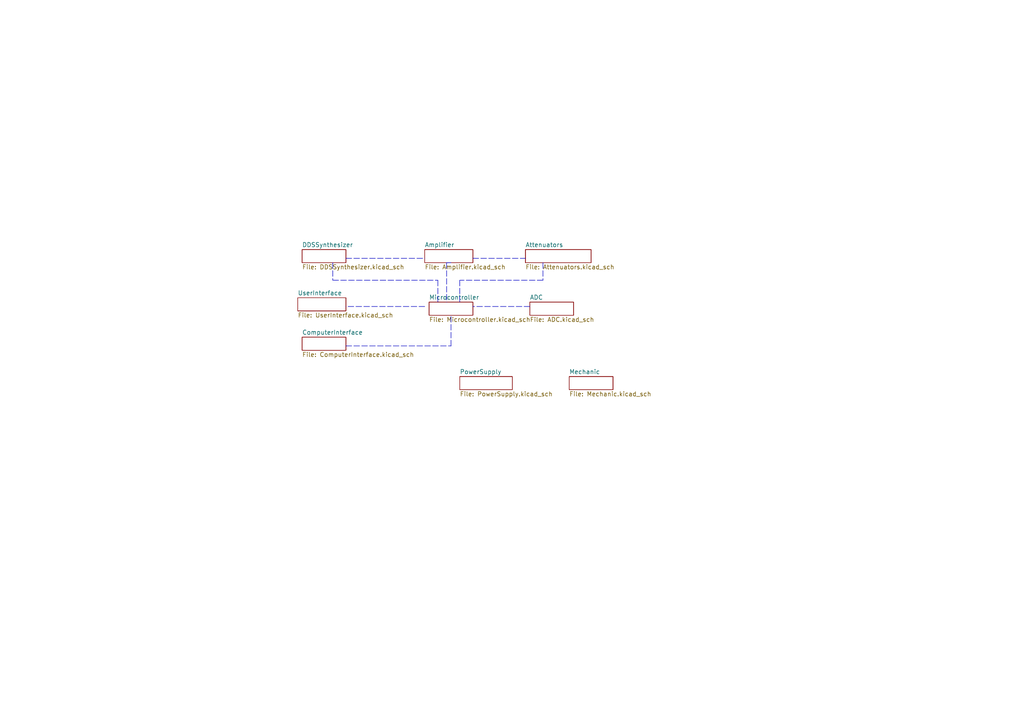
<source format=kicad_sch>
(kicad_sch
	(version 20231120)
	(generator "eeschema")
	(generator_version "8.0")
	(uuid "228dbee6-2b52-45b3-9920-387781bf9830")
	(paper "A4")
	(lib_symbols)
	(polyline
		(pts
			(xy 127 81.28) (xy 127 87.63)
		)
		(stroke
			(width 0)
			(type dash)
		)
		(uuid "104f80c0-ac5b-49b7-a517-5752fd183f6a")
	)
	(polyline
		(pts
			(xy 130.81 100.33) (xy 130.81 91.44)
		)
		(stroke
			(width 0)
			(type dash)
		)
		(uuid "33b462f4-88e1-44c6-8108-782c83788fe6")
	)
	(polyline
		(pts
			(xy 100.33 100.33) (xy 130.81 100.33)
		)
		(stroke
			(width 0)
			(type dash)
		)
		(uuid "3a9cab75-841f-46a3-97d7-19412d288721")
	)
	(polyline
		(pts
			(xy 129.54 76.2) (xy 129.54 87.63)
		)
		(stroke
			(width 0)
			(type dash)
		)
		(uuid "4bb66d4b-ee3a-4522-be0b-967e409abd38")
	)
	(polyline
		(pts
			(xy 100.33 74.93) (xy 123.19 74.93)
		)
		(stroke
			(width 0)
			(type dash)
		)
		(uuid "522a5141-8eea-407e-b63b-8b12fef14306")
	)
	(polyline
		(pts
			(xy 96.52 76.2) (xy 96.52 81.28)
		)
		(stroke
			(width 0)
			(type dash)
		)
		(uuid "76c5f19c-6075-437c-93ea-2c73dbe22d71")
	)
	(polyline
		(pts
			(xy 133.35 81.28) (xy 133.35 87.63)
		)
		(stroke
			(width 0)
			(type dash)
		)
		(uuid "7fb8089b-9d85-4e81-8a3c-9e20f4763149")
	)
	(polyline
		(pts
			(xy 96.52 81.28) (xy 127 81.28)
		)
		(stroke
			(width 0)
			(type dash)
		)
		(uuid "80c53551-13e5-490f-8dae-e6ec9a87777b")
	)
	(polyline
		(pts
			(xy 123.19 88.9) (xy 100.33 88.9)
		)
		(stroke
			(width 0)
			(type dash)
		)
		(uuid "8ce6d5cd-25d9-4fbe-8bc9-c26218666388")
	)
	(polyline
		(pts
			(xy 153.67 88.9) (xy 137.16 88.9)
		)
		(stroke
			(width 0)
			(type dash)
		)
		(uuid "8e0eb992-5568-44f4-93c8-fdae677d1180")
	)
	(polyline
		(pts
			(xy 137.16 74.93) (xy 152.4 74.93)
		)
		(stroke
			(width 0)
			(type dash)
		)
		(uuid "8f1740e5-3ef6-4db3-adfe-5c2ce25ed9a8")
	)
	(polyline
		(pts
			(xy 157.48 81.28) (xy 133.35 81.28)
		)
		(stroke
			(width 0)
			(type dash)
		)
		(uuid "b81ef605-a8d5-4778-9b07-5a3595f839b0")
	)
	(polyline
		(pts
			(xy 157.48 76.2) (xy 157.48 81.28)
		)
		(stroke
			(width 0)
			(type dash)
		)
		(uuid "c70f2cd9-0491-479c-83f4-e90f61e84392")
	)
	(polyline
		(pts
			(xy 130.81 76.2) (xy 129.54 76.2)
		)
		(stroke
			(width 0)
			(type dash)
		)
		(uuid "f96ef382-e20e-4f77-a7bb-8a0a379ae7e2")
	)
	(sheet
		(at 152.4 72.39)
		(size 19.05 3.81)
		(fields_autoplaced yes)
		(stroke
			(width 0)
			(type solid)
		)
		(fill
			(color 0 0 0 0.0000)
		)
		(uuid "00000000-0000-0000-0000-00005da34623")
		(property "Sheetname" "Attenuators"
			(at 152.4 71.7545 0)
			(effects
				(font
					(size 1.27 1.27)
				)
				(justify left bottom)
			)
		)
		(property "Sheetfile" "Attenuators.kicad_sch"
			(at 152.4 76.7085 0)
			(effects
				(font
					(size 1.27 1.27)
				)
				(justify left top)
			)
		)
		(instances
			(project "DDSFunctionGenerator"
				(path "/228dbee6-2b52-45b3-9920-387781bf9830"
					(page "4")
				)
			)
		)
	)
	(sheet
		(at 87.63 72.39)
		(size 12.7 3.81)
		(fields_autoplaced yes)
		(stroke
			(width 0)
			(type solid)
		)
		(fill
			(color 0 0 0 0.0000)
		)
		(uuid "00000000-0000-0000-0000-00005daeeef4")
		(property "Sheetname" "DDSSynthesizer"
			(at 87.63 71.7545 0)
			(effects
				(font
					(size 1.27 1.27)
				)
				(justify left bottom)
			)
		)
		(property "Sheetfile" "DDSSynthesizer.kicad_sch"
			(at 87.63 76.7085 0)
			(effects
				(font
					(size 1.27 1.27)
				)
				(justify left top)
			)
		)
		(instances
			(project "DDSFunctionGenerator"
				(path "/228dbee6-2b52-45b3-9920-387781bf9830"
					(page "6")
				)
			)
		)
	)
	(sheet
		(at 123.19 72.39)
		(size 13.97 3.81)
		(fields_autoplaced yes)
		(stroke
			(width 0)
			(type solid)
		)
		(fill
			(color 0 0 0 0.0000)
		)
		(uuid "00000000-0000-0000-0000-00005db2ed33")
		(property "Sheetname" "Amplifier"
			(at 123.19 71.7545 0)
			(effects
				(font
					(size 1.27 1.27)
				)
				(justify left bottom)
			)
		)
		(property "Sheetfile" "Amplifier.kicad_sch"
			(at 123.19 76.7085 0)
			(effects
				(font
					(size 1.27 1.27)
				)
				(justify left top)
			)
		)
		(instances
			(project "DDSFunctionGenerator"
				(path "/228dbee6-2b52-45b3-9920-387781bf9830"
					(page "3")
				)
			)
		)
	)
	(sheet
		(at 153.67 87.63)
		(size 12.7 3.81)
		(fields_autoplaced yes)
		(stroke
			(width 0)
			(type solid)
		)
		(fill
			(color 0 0 0 0.0000)
		)
		(uuid "00000000-0000-0000-0000-00005dc4991c")
		(property "Sheetname" "ADC"
			(at 153.67 86.9945 0)
			(effects
				(font
					(size 1.27 1.27)
				)
				(justify left bottom)
			)
		)
		(property "Sheetfile" "ADC.kicad_sch"
			(at 153.67 91.9485 0)
			(effects
				(font
					(size 1.27 1.27)
				)
				(justify left top)
			)
		)
		(instances
			(project "DDSFunctionGenerator"
				(path "/228dbee6-2b52-45b3-9920-387781bf9830"
					(page "2")
				)
			)
		)
	)
	(sheet
		(at 124.46 87.63)
		(size 12.7 3.81)
		(fields_autoplaced yes)
		(stroke
			(width 0)
			(type solid)
		)
		(fill
			(color 0 0 0 0.0000)
		)
		(uuid "00000000-0000-0000-0000-00005dd5c7f6")
		(property "Sheetname" "Microcontroller"
			(at 124.46 86.9945 0)
			(effects
				(font
					(size 1.27 1.27)
				)
				(justify left bottom)
			)
		)
		(property "Sheetfile" "Microcontroller.kicad_sch"
			(at 124.46 91.9485 0)
			(effects
				(font
					(size 1.27 1.27)
				)
				(justify left top)
			)
		)
		(instances
			(project "DDSFunctionGenerator"
				(path "/228dbee6-2b52-45b3-9920-387781bf9830"
					(page "8")
				)
			)
		)
	)
	(sheet
		(at 86.36 86.36)
		(size 13.97 3.81)
		(fields_autoplaced yes)
		(stroke
			(width 0)
			(type solid)
		)
		(fill
			(color 0 0 0 0.0000)
		)
		(uuid "00000000-0000-0000-0000-00005dd5c870")
		(property "Sheetname" "UserInterface"
			(at 86.36 85.7245 0)
			(effects
				(font
					(size 1.27 1.27)
				)
				(justify left bottom)
			)
		)
		(property "Sheetfile" "UserInterface.kicad_sch"
			(at 86.36 90.6785 0)
			(effects
				(font
					(size 1.27 1.27)
				)
				(justify left top)
			)
		)
		(instances
			(project "DDSFunctionGenerator"
				(path "/228dbee6-2b52-45b3-9920-387781bf9830"
					(page "10")
				)
			)
		)
	)
	(sheet
		(at 87.63 97.79)
		(size 12.7 3.81)
		(fields_autoplaced yes)
		(stroke
			(width 0)
			(type solid)
		)
		(fill
			(color 0 0 0 0.0000)
		)
		(uuid "00000000-0000-0000-0000-00005dd5cd1d")
		(property "Sheetname" "ComputerInterface"
			(at 87.63 97.1545 0)
			(effects
				(font
					(size 1.27 1.27)
				)
				(justify left bottom)
			)
		)
		(property "Sheetfile" "ComputerInterface.kicad_sch"
			(at 87.63 102.1085 0)
			(effects
				(font
					(size 1.27 1.27)
				)
				(justify left top)
			)
		)
		(instances
			(project "DDSFunctionGenerator"
				(path "/228dbee6-2b52-45b3-9920-387781bf9830"
					(page "5")
				)
			)
		)
	)
	(sheet
		(at 133.35 109.22)
		(size 15.24 3.81)
		(fields_autoplaced yes)
		(stroke
			(width 0)
			(type solid)
		)
		(fill
			(color 0 0 0 0.0000)
		)
		(uuid "00000000-0000-0000-0000-00005e09f41d")
		(property "Sheetname" "PowerSupply"
			(at 133.35 108.5845 0)
			(effects
				(font
					(size 1.27 1.27)
				)
				(justify left bottom)
			)
		)
		(property "Sheetfile" "PowerSupply.kicad_sch"
			(at 133.35 113.5385 0)
			(effects
				(font
					(size 1.27 1.27)
				)
				(justify left top)
			)
		)
		(instances
			(project "DDSFunctionGenerator"
				(path "/228dbee6-2b52-45b3-9920-387781bf9830"
					(page "9")
				)
			)
		)
	)
	(sheet
		(at 165.1 109.22)
		(size 12.7 3.81)
		(fields_autoplaced yes)
		(stroke
			(width 0)
			(type solid)
		)
		(fill
			(color 0 0 0 0.0000)
		)
		(uuid "00000000-0000-0000-0000-00005fd89a84")
		(property "Sheetname" "Mechanic"
			(at 165.1 108.5845 0)
			(effects
				(font
					(size 1.27 1.27)
				)
				(justify left bottom)
			)
		)
		(property "Sheetfile" "Mechanic.kicad_sch"
			(at 165.1 113.5385 0)
			(effects
				(font
					(size 1.27 1.27)
				)
				(justify left top)
			)
		)
		(instances
			(project "DDSFunctionGenerator"
				(path "/228dbee6-2b52-45b3-9920-387781bf9830"
					(page "7")
				)
			)
		)
	)
	(sheet_instances
		(path "/"
			(page "1")
		)
	)
)

</source>
